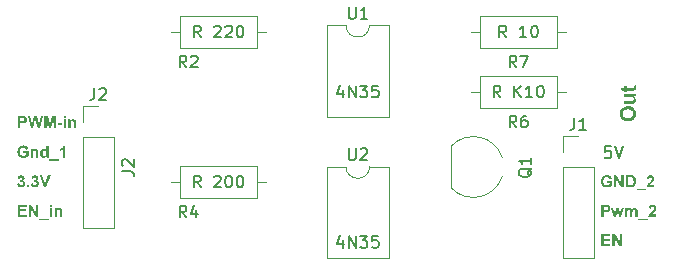
<source format=gbr>
%TF.GenerationSoftware,KiCad,Pcbnew,8.0.6*%
%TF.CreationDate,2025-02-01T10:00:46+01:00*%
%TF.ProjectId,Optoisolatore_K40_1.0,4f70746f-6973-46f6-9c61-746f72655f4b,rev?*%
%TF.SameCoordinates,Original*%
%TF.FileFunction,Legend,Top*%
%TF.FilePolarity,Positive*%
%FSLAX46Y46*%
G04 Gerber Fmt 4.6, Leading zero omitted, Abs format (unit mm)*
G04 Created by KiCad (PCBNEW 8.0.6) date 2025-02-01 10:00:46*
%MOMM*%
%LPD*%
G01*
G04 APERTURE LIST*
%ADD10C,0.200000*%
%ADD11C,0.150000*%
%ADD12C,0.120000*%
G04 APERTURE END LIST*
D10*
G36*
X164502337Y-94330000D02*
G01*
X164502337Y-93313949D01*
X165248988Y-93313949D01*
X165248988Y-93485896D01*
X164705792Y-93485896D01*
X164705792Y-93704738D01*
X165211374Y-93704738D01*
X165211374Y-93876685D01*
X164705792Y-93876685D01*
X164705792Y-94158053D01*
X165268283Y-94158053D01*
X165268283Y-94330000D01*
X164502337Y-94330000D01*
G37*
G36*
X165437543Y-94330000D02*
G01*
X165437543Y-93313949D01*
X165635380Y-93313949D01*
X166047418Y-94000516D01*
X166047418Y-93313949D01*
X166236217Y-93313949D01*
X166236217Y-94330000D01*
X166032274Y-94330000D01*
X165626343Y-93653691D01*
X165626343Y-94330000D01*
X165437543Y-94330000D01*
G37*
G36*
X115570795Y-86454842D02*
G01*
X115570795Y-86282896D01*
X116009211Y-86282896D01*
X116009211Y-86691270D01*
X115968695Y-86724594D01*
X115925090Y-86752270D01*
X115881075Y-86774984D01*
X115831591Y-86796295D01*
X115824075Y-86799225D01*
X115770922Y-86817307D01*
X115717466Y-86830948D01*
X115663705Y-86840148D01*
X115609641Y-86844906D01*
X115578611Y-86845631D01*
X115520777Y-86843287D01*
X115465794Y-86836254D01*
X115413661Y-86824534D01*
X115364379Y-86808125D01*
X115317948Y-86787027D01*
X115303105Y-86778953D01*
X115261102Y-86751939D01*
X115223203Y-86720907D01*
X115184176Y-86679624D01*
X115155170Y-86639885D01*
X115130268Y-86596127D01*
X115126517Y-86588443D01*
X115106430Y-86541151D01*
X115090499Y-86492330D01*
X115078724Y-86441981D01*
X115071105Y-86390103D01*
X115067641Y-86336697D01*
X115067411Y-86318555D01*
X115069729Y-86260449D01*
X115076684Y-86204833D01*
X115088276Y-86151708D01*
X115104505Y-86101072D01*
X115125370Y-86052927D01*
X115133356Y-86037431D01*
X115160232Y-85993287D01*
X115191402Y-85953179D01*
X115226865Y-85917107D01*
X115266621Y-85885070D01*
X115310671Y-85857069D01*
X115326308Y-85848632D01*
X115377736Y-85826619D01*
X115427570Y-85812518D01*
X115481914Y-85803231D01*
X115532086Y-85799104D01*
X115567376Y-85798318D01*
X115623984Y-85800345D01*
X115676574Y-85806427D01*
X115725145Y-85816564D01*
X115778125Y-85834081D01*
X115825317Y-85857437D01*
X115860223Y-85881360D01*
X115897145Y-85914734D01*
X115928779Y-85952572D01*
X115955123Y-85994876D01*
X115976177Y-86041645D01*
X115991942Y-86092878D01*
X115996022Y-86110949D01*
X115794033Y-86142212D01*
X115777079Y-86095715D01*
X115749945Y-86052117D01*
X115713921Y-86016427D01*
X115670158Y-85990145D01*
X115619468Y-85974773D01*
X115567376Y-85970265D01*
X115511650Y-85974367D01*
X115461161Y-85986674D01*
X115415907Y-86007185D01*
X115375889Y-86035901D01*
X115355373Y-86055994D01*
X115324728Y-86097379D01*
X115301611Y-86146735D01*
X115287786Y-86195384D01*
X115279492Y-86249889D01*
X115276803Y-86299784D01*
X115276727Y-86310251D01*
X115278671Y-86364819D01*
X115284502Y-86414951D01*
X115296632Y-86469253D01*
X115314361Y-86517166D01*
X115342120Y-86564991D01*
X115356350Y-86582826D01*
X115393653Y-86618229D01*
X115435677Y-86644936D01*
X115482423Y-86662948D01*
X115533891Y-86672264D01*
X115565422Y-86673684D01*
X115617297Y-86669452D01*
X115665325Y-86658031D01*
X115693405Y-86648039D01*
X115739040Y-86627259D01*
X115782742Y-86601259D01*
X115803803Y-86585757D01*
X115803803Y-86454842D01*
X115570795Y-86454842D01*
G37*
G36*
X116852826Y-86830000D02*
G01*
X116659874Y-86830000D01*
X116659874Y-86450690D01*
X116659095Y-86395797D01*
X116656358Y-86346741D01*
X116648184Y-86297160D01*
X116647418Y-86294863D01*
X116621787Y-86252156D01*
X116607362Y-86239909D01*
X116561532Y-86221915D01*
X116540439Y-86220369D01*
X116489945Y-86228297D01*
X116450314Y-86248457D01*
X116415045Y-86283280D01*
X116395603Y-86322707D01*
X116386115Y-86373153D01*
X116382380Y-86423237D01*
X116381006Y-86478169D01*
X116380949Y-86493433D01*
X116380949Y-86830000D01*
X116187997Y-86830000D01*
X116187997Y-86095317D01*
X116367271Y-86095317D01*
X116367271Y-86202540D01*
X116404818Y-86160788D01*
X116445833Y-86127675D01*
X116490318Y-86103201D01*
X116538271Y-86087364D01*
X116589694Y-86080165D01*
X116607606Y-86079685D01*
X116657745Y-86083515D01*
X116707593Y-86096204D01*
X116724354Y-86102889D01*
X116768353Y-86127432D01*
X116804466Y-86161995D01*
X116829710Y-86205478D01*
X116842079Y-86243572D01*
X116849793Y-86294856D01*
X116852563Y-86348403D01*
X116852826Y-86373998D01*
X116852826Y-86830000D01*
G37*
G36*
X117713293Y-86830000D02*
G01*
X117534019Y-86830000D01*
X117534019Y-86722777D01*
X117501385Y-86761954D01*
X117461440Y-86796003D01*
X117428506Y-86815589D01*
X117382756Y-86833896D01*
X117332884Y-86844193D01*
X117305896Y-86845631D01*
X117252595Y-86840769D01*
X117202753Y-86826183D01*
X117156371Y-86801873D01*
X117113448Y-86767840D01*
X117090474Y-86744026D01*
X117060011Y-86703008D01*
X117035851Y-86656339D01*
X117017994Y-86604020D01*
X117007927Y-86556106D01*
X117002237Y-86504267D01*
X117000837Y-86459972D01*
X117001264Y-86448736D01*
X117197941Y-86448736D01*
X117199484Y-86499034D01*
X117205025Y-86548589D01*
X117217619Y-86598639D01*
X117230181Y-86625812D01*
X117262987Y-86667544D01*
X117307503Y-86695596D01*
X117355636Y-86704870D01*
X117360851Y-86704947D01*
X117411563Y-86695152D01*
X117455746Y-86665766D01*
X117473935Y-86645596D01*
X117498665Y-86602753D01*
X117513090Y-86554365D01*
X117519685Y-86503536D01*
X117520830Y-86468032D01*
X117518656Y-86413966D01*
X117510848Y-86360820D01*
X117495276Y-86312052D01*
X117475401Y-86278499D01*
X117437906Y-86243076D01*
X117389147Y-86223151D01*
X117359385Y-86220369D01*
X117311037Y-86228441D01*
X117265713Y-86255402D01*
X117244347Y-86277766D01*
X117217926Y-86323755D01*
X117204467Y-86371342D01*
X117198666Y-86421168D01*
X117197941Y-86448736D01*
X117001264Y-86448736D01*
X117002966Y-86403917D01*
X117009352Y-86352228D01*
X117022636Y-86295963D01*
X117042050Y-86245982D01*
X117067595Y-86202288D01*
X117088032Y-86176650D01*
X117128472Y-86138868D01*
X117173283Y-86110366D01*
X117222465Y-86091143D01*
X117276018Y-86081201D01*
X117308583Y-86079685D01*
X117360540Y-86084547D01*
X117409342Y-86099133D01*
X117454988Y-86123443D01*
X117497478Y-86157477D01*
X117520341Y-86181290D01*
X117520341Y-85813949D01*
X117713293Y-85813949D01*
X117713293Y-86830000D01*
G37*
G36*
X117785101Y-87111367D02*
G01*
X117785101Y-86986315D01*
X118587438Y-86986315D01*
X118587438Y-87111367D01*
X117785101Y-87111367D01*
G37*
G36*
X119130390Y-86830000D02*
G01*
X118937438Y-86830000D01*
X118937438Y-86094829D01*
X118896449Y-86132638D01*
X118852797Y-86166567D01*
X118806483Y-86196615D01*
X118757508Y-86222781D01*
X118705870Y-86245067D01*
X118688066Y-86251632D01*
X118688066Y-86064054D01*
X118736524Y-86044696D01*
X118782338Y-86020013D01*
X118824813Y-85992299D01*
X118852198Y-85972219D01*
X118893047Y-85936864D01*
X118926936Y-85898702D01*
X118953864Y-85857730D01*
X118973831Y-85813949D01*
X119130390Y-85813949D01*
X119130390Y-86830000D01*
G37*
G36*
X166838000Y-82473252D02*
G01*
X166911193Y-82481333D01*
X166980049Y-82494803D01*
X167044569Y-82513661D01*
X167104753Y-82537906D01*
X167173886Y-82575789D01*
X167236243Y-82622091D01*
X167259289Y-82642969D01*
X167311154Y-82699677D01*
X167354228Y-82762043D01*
X167388511Y-82830069D01*
X167414004Y-82903753D01*
X167428069Y-82966775D01*
X167436508Y-83033419D01*
X167439321Y-83103684D01*
X167436522Y-83174842D01*
X167428128Y-83242260D01*
X167414138Y-83305937D01*
X167388780Y-83380272D01*
X167354678Y-83448763D01*
X167311832Y-83511409D01*
X167260242Y-83568210D01*
X167200886Y-83617879D01*
X167134941Y-83659129D01*
X167062407Y-83691962D01*
X166999635Y-83712166D01*
X166932647Y-83726983D01*
X166861442Y-83736411D01*
X166786019Y-83740452D01*
X166766505Y-83740621D01*
X166693400Y-83738522D01*
X166624828Y-83732226D01*
X166560788Y-83721733D01*
X166491802Y-83704187D01*
X166428986Y-83680928D01*
X166368124Y-83649784D01*
X166311356Y-83612314D01*
X166258681Y-83568520D01*
X166248637Y-83559002D01*
X166202659Y-83509185D01*
X166164743Y-83456578D01*
X166132347Y-83395487D01*
X166129886Y-83389766D01*
X166107104Y-83326163D01*
X166090831Y-83257917D01*
X166081932Y-83194393D01*
X166078017Y-83127313D01*
X166077813Y-83107494D01*
X166077927Y-83104637D01*
X166301344Y-83104637D01*
X166306784Y-83173138D01*
X166323101Y-83235562D01*
X166355071Y-83299462D01*
X166401250Y-83355424D01*
X166415015Y-83368175D01*
X166470261Y-83407146D01*
X166536538Y-83436546D01*
X166602126Y-83454127D01*
X166675818Y-83464676D01*
X166743419Y-83468094D01*
X166757614Y-83468192D01*
X166825404Y-83465688D01*
X166899733Y-83456073D01*
X166966404Y-83439248D01*
X167025417Y-83415211D01*
X167084587Y-83378054D01*
X167099579Y-83365635D01*
X167144860Y-83317983D01*
X167182992Y-83257050D01*
X167206597Y-83189211D01*
X167215336Y-83124186D01*
X167215789Y-83104637D01*
X167210274Y-83038178D01*
X167190464Y-82968885D01*
X167156247Y-82906696D01*
X167114488Y-82858109D01*
X167100531Y-82845226D01*
X167044452Y-82805760D01*
X166977341Y-82775987D01*
X166911039Y-82758182D01*
X166836632Y-82747500D01*
X166768436Y-82744038D01*
X166754122Y-82743939D01*
X166685617Y-82746350D01*
X166610902Y-82755607D01*
X166544357Y-82771808D01*
X166477049Y-82799484D01*
X166420863Y-82836611D01*
X166413745Y-82842686D01*
X166369948Y-82888972D01*
X166333067Y-82949424D01*
X166310235Y-83017933D01*
X166301783Y-83084488D01*
X166301344Y-83104637D01*
X166077927Y-83104637D01*
X166080636Y-83036912D01*
X166089105Y-82969950D01*
X166103219Y-82906611D01*
X166128802Y-82832530D01*
X166163206Y-82764107D01*
X166206432Y-82701344D01*
X166258480Y-82644239D01*
X166318288Y-82594204D01*
X166384996Y-82552649D01*
X166443330Y-82525512D01*
X166506079Y-82503801D01*
X166573243Y-82487519D01*
X166644823Y-82476664D01*
X166720818Y-82471236D01*
X166760472Y-82470558D01*
X166838000Y-82473252D01*
G37*
G36*
X167419000Y-81649780D02*
G01*
X167277070Y-81649780D01*
X167329386Y-81693195D01*
X167372503Y-81745808D01*
X167396138Y-81785994D01*
X167420724Y-81845004D01*
X167435905Y-81912032D01*
X167439321Y-81964120D01*
X167433382Y-82032838D01*
X167415566Y-82096108D01*
X167397091Y-82135261D01*
X167357172Y-82190002D01*
X167306040Y-82230908D01*
X167278658Y-82245122D01*
X167213096Y-82265825D01*
X167145977Y-82275778D01*
X167075867Y-82279063D01*
X167067510Y-82279096D01*
X166463912Y-82279096D01*
X166463912Y-82028258D01*
X166907482Y-82028258D01*
X166978268Y-82027778D01*
X167046856Y-82026005D01*
X167112895Y-82021805D01*
X167157049Y-82014605D01*
X167213097Y-81982876D01*
X167229760Y-81964120D01*
X167253827Y-81904322D01*
X167256431Y-81871088D01*
X167246305Y-81806705D01*
X167220552Y-81756147D01*
X167174763Y-81708885D01*
X167131648Y-81686294D01*
X167062892Y-81674165D01*
X166995315Y-81669774D01*
X166920396Y-81667853D01*
X166870967Y-81667561D01*
X166463912Y-81667561D01*
X166463912Y-81416723D01*
X167419000Y-81416723D01*
X167419000Y-81649780D01*
G37*
G36*
X166463912Y-80727714D02*
G01*
X166646801Y-80727714D01*
X166646801Y-80899173D01*
X167061477Y-80899173D01*
X167129997Y-80898707D01*
X167194289Y-80896266D01*
X167208487Y-80894410D01*
X167243096Y-80871866D01*
X167256431Y-80829637D01*
X167245026Y-80766905D01*
X167232300Y-80728667D01*
X167406299Y-80707076D01*
X167425099Y-80770026D01*
X167436096Y-80838378D01*
X167439321Y-80905205D01*
X167433446Y-80969820D01*
X167415824Y-81027766D01*
X167381121Y-81084473D01*
X167355179Y-81107780D01*
X167295071Y-81134419D01*
X167254526Y-81143025D01*
X167186499Y-81148978D01*
X167120682Y-81150683D01*
X167072590Y-81150963D01*
X166646801Y-81150963D01*
X166646801Y-81266221D01*
X166463912Y-81266221D01*
X166463912Y-81150963D01*
X166281023Y-81150963D01*
X166138776Y-80899173D01*
X166463912Y-80899173D01*
X166463912Y-80727714D01*
G37*
G36*
X115483493Y-83314319D02*
G01*
X115540966Y-83315739D01*
X115596515Y-83318741D01*
X115649731Y-83324730D01*
X115670446Y-83329092D01*
X115716977Y-83345944D01*
X115759026Y-83371218D01*
X115796593Y-83404917D01*
X115815526Y-83427278D01*
X115843744Y-83473365D01*
X115861074Y-83520202D01*
X115871107Y-83572565D01*
X115873900Y-83622916D01*
X115871234Y-83672530D01*
X115862018Y-83722218D01*
X115844276Y-83770264D01*
X115840195Y-83778255D01*
X115812374Y-83821703D01*
X115776499Y-83860168D01*
X115754710Y-83877173D01*
X115712317Y-83902354D01*
X115665941Y-83920547D01*
X115649197Y-83924801D01*
X115597338Y-83932400D01*
X115546681Y-83936453D01*
X115495669Y-83938521D01*
X115438415Y-83939211D01*
X115305792Y-83939211D01*
X115305792Y-84330000D01*
X115102337Y-84330000D01*
X115102337Y-83767264D01*
X115305792Y-83767264D01*
X115417166Y-83767264D01*
X115472274Y-83766302D01*
X115522372Y-83762921D01*
X115572499Y-83753740D01*
X115577878Y-83751877D01*
X115621689Y-83725468D01*
X115641381Y-83703028D01*
X115661111Y-83657309D01*
X115664340Y-83625847D01*
X115656280Y-83576571D01*
X115632100Y-83536699D01*
X115592951Y-83506774D01*
X115550279Y-83492735D01*
X115500007Y-83487826D01*
X115448545Y-83486223D01*
X115403977Y-83485896D01*
X115305792Y-83485896D01*
X115305792Y-83767264D01*
X115102337Y-83767264D01*
X115102337Y-83313949D01*
X115428646Y-83313949D01*
X115483493Y-83314319D01*
G37*
G36*
X116178227Y-84330000D02*
G01*
X115937892Y-83313949D01*
X116145987Y-83313949D01*
X116297662Y-84011995D01*
X116481821Y-83313949D01*
X116723621Y-83313949D01*
X116900209Y-84023719D01*
X117054815Y-83313949D01*
X117259490Y-83313949D01*
X117015003Y-84330000D01*
X116799337Y-84330000D01*
X116598569Y-83570404D01*
X116398778Y-84330000D01*
X116178227Y-84330000D01*
G37*
G36*
X117353524Y-84330000D02*
G01*
X117353524Y-83313949D01*
X117657850Y-83313949D01*
X117840544Y-84007110D01*
X118021284Y-83313949D01*
X118326099Y-83313949D01*
X118326099Y-84330000D01*
X118137299Y-84330000D01*
X118137299Y-83530104D01*
X117937264Y-84330000D01*
X117741625Y-84330000D01*
X117542323Y-83530104D01*
X117542323Y-84330000D01*
X117353524Y-84330000D01*
G37*
G36*
X118498290Y-84064263D02*
G01*
X118498290Y-83892316D01*
X118877599Y-83892316D01*
X118877599Y-84064263D01*
X118498290Y-84064263D01*
G37*
G36*
X118986287Y-83485896D02*
G01*
X118986287Y-83313949D01*
X119179483Y-83313949D01*
X119179483Y-83485896D01*
X118986287Y-83485896D01*
G37*
G36*
X118986287Y-84330000D02*
G01*
X118986287Y-83595317D01*
X119179483Y-83595317D01*
X119179483Y-84330000D01*
X118986287Y-84330000D01*
G37*
G36*
X120038729Y-84330000D02*
G01*
X119845778Y-84330000D01*
X119845778Y-83950690D01*
X119844999Y-83895797D01*
X119842262Y-83846741D01*
X119834088Y-83797160D01*
X119833321Y-83794863D01*
X119807691Y-83752156D01*
X119793265Y-83739909D01*
X119747436Y-83721915D01*
X119726343Y-83720369D01*
X119675848Y-83728297D01*
X119636217Y-83748457D01*
X119600948Y-83783280D01*
X119581507Y-83822707D01*
X119572019Y-83873153D01*
X119568283Y-83923237D01*
X119566910Y-83978169D01*
X119566852Y-83993433D01*
X119566852Y-84330000D01*
X119373900Y-84330000D01*
X119373900Y-83595317D01*
X119553175Y-83595317D01*
X119553175Y-83702540D01*
X119590721Y-83660788D01*
X119631737Y-83627675D01*
X119676222Y-83603201D01*
X119724175Y-83587364D01*
X119775598Y-83580165D01*
X119793510Y-83579685D01*
X119843649Y-83583515D01*
X119893497Y-83596204D01*
X119910258Y-83602889D01*
X119954257Y-83627432D01*
X119990369Y-83661995D01*
X120015614Y-83705478D01*
X120027983Y-83743572D01*
X120035696Y-83794856D01*
X120038467Y-83848403D01*
X120038729Y-83873998D01*
X120038729Y-84330000D01*
G37*
D11*
X165312969Y-85869819D02*
X164836779Y-85869819D01*
X164836779Y-85869819D02*
X164789160Y-86346009D01*
X164789160Y-86346009D02*
X164836779Y-86298390D01*
X164836779Y-86298390D02*
X164932017Y-86250771D01*
X164932017Y-86250771D02*
X165170112Y-86250771D01*
X165170112Y-86250771D02*
X165265350Y-86298390D01*
X165265350Y-86298390D02*
X165312969Y-86346009D01*
X165312969Y-86346009D02*
X165360588Y-86441247D01*
X165360588Y-86441247D02*
X165360588Y-86679342D01*
X165360588Y-86679342D02*
X165312969Y-86774580D01*
X165312969Y-86774580D02*
X165265350Y-86822200D01*
X165265350Y-86822200D02*
X165170112Y-86869819D01*
X165170112Y-86869819D02*
X164932017Y-86869819D01*
X164932017Y-86869819D02*
X164836779Y-86822200D01*
X164836779Y-86822200D02*
X164789160Y-86774580D01*
X165646303Y-85869819D02*
X165979636Y-86869819D01*
X165979636Y-86869819D02*
X166312969Y-85869819D01*
D10*
G36*
X115102337Y-91830000D02*
G01*
X115102337Y-90813949D01*
X115848988Y-90813949D01*
X115848988Y-90985896D01*
X115305792Y-90985896D01*
X115305792Y-91204738D01*
X115811374Y-91204738D01*
X115811374Y-91376685D01*
X115305792Y-91376685D01*
X115305792Y-91658053D01*
X115868283Y-91658053D01*
X115868283Y-91830000D01*
X115102337Y-91830000D01*
G37*
G36*
X116037543Y-91830000D02*
G01*
X116037543Y-90813949D01*
X116235380Y-90813949D01*
X116647418Y-91500516D01*
X116647418Y-90813949D01*
X116836217Y-90813949D01*
X116836217Y-91830000D01*
X116632274Y-91830000D01*
X116226343Y-91153691D01*
X116226343Y-91830000D01*
X116037543Y-91830000D01*
G37*
G36*
X116930251Y-92111367D02*
G01*
X116930251Y-91986315D01*
X117732588Y-91986315D01*
X117732588Y-92111367D01*
X116930251Y-92111367D01*
G37*
G36*
X117822714Y-90985896D02*
G01*
X117822714Y-90813949D01*
X118015910Y-90813949D01*
X118015910Y-90985896D01*
X117822714Y-90985896D01*
G37*
G36*
X117822714Y-91830000D02*
G01*
X117822714Y-91095317D01*
X118015910Y-91095317D01*
X118015910Y-91830000D01*
X117822714Y-91830000D01*
G37*
G36*
X118875157Y-91830000D02*
G01*
X118682205Y-91830000D01*
X118682205Y-91450690D01*
X118681426Y-91395797D01*
X118678689Y-91346741D01*
X118670515Y-91297160D01*
X118669748Y-91294863D01*
X118644118Y-91252156D01*
X118629692Y-91239909D01*
X118583863Y-91221915D01*
X118562770Y-91220369D01*
X118512275Y-91228297D01*
X118472644Y-91248457D01*
X118437376Y-91283280D01*
X118417934Y-91322707D01*
X118408446Y-91373153D01*
X118404710Y-91423237D01*
X118403337Y-91478169D01*
X118403279Y-91493433D01*
X118403279Y-91830000D01*
X118210327Y-91830000D01*
X118210327Y-91095317D01*
X118389602Y-91095317D01*
X118389602Y-91202540D01*
X118427148Y-91160788D01*
X118468164Y-91127675D01*
X118512649Y-91103201D01*
X118560602Y-91087364D01*
X118612025Y-91080165D01*
X118629937Y-91079685D01*
X118680076Y-91083515D01*
X118729924Y-91096204D01*
X118746685Y-91102889D01*
X118790684Y-91127432D01*
X118826796Y-91161995D01*
X118852041Y-91205478D01*
X118864410Y-91243572D01*
X118872124Y-91294856D01*
X118874894Y-91348403D01*
X118875157Y-91373998D01*
X118875157Y-91830000D01*
G37*
G36*
X164883493Y-90814319D02*
G01*
X164940966Y-90815739D01*
X164996515Y-90818741D01*
X165049731Y-90824730D01*
X165070446Y-90829092D01*
X165116977Y-90845944D01*
X165159026Y-90871218D01*
X165196593Y-90904917D01*
X165215526Y-90927278D01*
X165243744Y-90973365D01*
X165261074Y-91020202D01*
X165271107Y-91072565D01*
X165273900Y-91122916D01*
X165271234Y-91172530D01*
X165262018Y-91222218D01*
X165244276Y-91270264D01*
X165240195Y-91278255D01*
X165212374Y-91321703D01*
X165176499Y-91360168D01*
X165154710Y-91377173D01*
X165112317Y-91402354D01*
X165065941Y-91420547D01*
X165049197Y-91424801D01*
X164997338Y-91432400D01*
X164946681Y-91436453D01*
X164895669Y-91438521D01*
X164838415Y-91439211D01*
X164705792Y-91439211D01*
X164705792Y-91830000D01*
X164502337Y-91830000D01*
X164502337Y-91267264D01*
X164705792Y-91267264D01*
X164817166Y-91267264D01*
X164872274Y-91266302D01*
X164922372Y-91262921D01*
X164972499Y-91253740D01*
X164977878Y-91251877D01*
X165021689Y-91225468D01*
X165041381Y-91203028D01*
X165061111Y-91157309D01*
X165064340Y-91125847D01*
X165056280Y-91076571D01*
X165032100Y-91036699D01*
X164992951Y-91006774D01*
X164950279Y-90992735D01*
X164900007Y-90987826D01*
X164848545Y-90986223D01*
X164803977Y-90985896D01*
X164705792Y-90985896D01*
X164705792Y-91267264D01*
X164502337Y-91267264D01*
X164502337Y-90813949D01*
X164828646Y-90813949D01*
X164883493Y-90814319D01*
G37*
G36*
X165569923Y-91830000D02*
G01*
X165339113Y-91095317D01*
X165526692Y-91095317D01*
X165663468Y-91576720D01*
X165789253Y-91095317D01*
X165975366Y-91095317D01*
X166096999Y-91576720D01*
X166236217Y-91095317D01*
X166426727Y-91095317D01*
X166192254Y-91830000D01*
X166006873Y-91830000D01*
X165881088Y-91357390D01*
X165757501Y-91830000D01*
X165569923Y-91830000D01*
G37*
G36*
X166507815Y-91095317D02*
G01*
X166685868Y-91095317D01*
X166685868Y-91194968D01*
X166722960Y-91155790D01*
X166762610Y-91124718D01*
X166812103Y-91098712D01*
X166865079Y-91083738D01*
X166913258Y-91079685D01*
X166963221Y-91083567D01*
X167011456Y-91096531D01*
X167034891Y-91107285D01*
X167076432Y-91136644D01*
X167108642Y-91173617D01*
X167119399Y-91190327D01*
X167156551Y-91152546D01*
X167195832Y-91122733D01*
X167223203Y-91107285D01*
X167269658Y-91089415D01*
X167318532Y-91080656D01*
X167341905Y-91079685D01*
X167394234Y-91083582D01*
X167444672Y-91096719D01*
X167477948Y-91112658D01*
X167518518Y-91144329D01*
X167549736Y-91186158D01*
X167560990Y-91208890D01*
X167573958Y-91256586D01*
X167579434Y-91306331D01*
X167581018Y-91360809D01*
X167581018Y-91830000D01*
X167387822Y-91830000D01*
X167387822Y-91405261D01*
X167386571Y-91354840D01*
X167381485Y-91305596D01*
X167367794Y-91262379D01*
X167331305Y-91229600D01*
X167285484Y-91220369D01*
X167236617Y-91230196D01*
X167209036Y-91245526D01*
X167175179Y-91281324D01*
X167157501Y-91319532D01*
X167147380Y-91368334D01*
X167143106Y-91418547D01*
X167141870Y-91473161D01*
X167141870Y-91830000D01*
X166948918Y-91830000D01*
X166948918Y-91422602D01*
X166948277Y-91373189D01*
X166945301Y-91320949D01*
X166938660Y-91282651D01*
X166913177Y-91240959D01*
X166906664Y-91235757D01*
X166859265Y-91220745D01*
X166848046Y-91220369D01*
X166798154Y-91229066D01*
X166767690Y-91245038D01*
X166732405Y-91281705D01*
X166716399Y-91315624D01*
X166705880Y-91367656D01*
X166701973Y-91419076D01*
X166701011Y-91468764D01*
X166701011Y-91830000D01*
X166507815Y-91830000D01*
X166507815Y-91095317D01*
G37*
G36*
X167653070Y-92111367D02*
G01*
X167653070Y-91986315D01*
X168455408Y-91986315D01*
X168455408Y-92111367D01*
X167653070Y-92111367D01*
G37*
G36*
X169156385Y-91642421D02*
G01*
X169156385Y-91830000D01*
X168479588Y-91830000D01*
X168487831Y-91780235D01*
X168501570Y-91731814D01*
X168520804Y-91684736D01*
X168545533Y-91639002D01*
X168574707Y-91596648D01*
X168607880Y-91555861D01*
X168641283Y-91518711D01*
X168679922Y-91478686D01*
X168723796Y-91435788D01*
X168762665Y-91399399D01*
X168801031Y-91363597D01*
X168840552Y-91325655D01*
X168877675Y-91288314D01*
X168911184Y-91251260D01*
X168922889Y-91236001D01*
X168947149Y-91191694D01*
X168960795Y-91144159D01*
X168962700Y-91118764D01*
X168956062Y-91068428D01*
X168932217Y-91024755D01*
X168928018Y-91020334D01*
X168883723Y-90993463D01*
X168832274Y-90985896D01*
X168780962Y-90993839D01*
X168738296Y-91019820D01*
X168736043Y-91022044D01*
X168709213Y-91066452D01*
X168697255Y-91117124D01*
X168694766Y-91142212D01*
X168502302Y-91123161D01*
X168509440Y-91073772D01*
X168522744Y-91020535D01*
X168541216Y-90973875D01*
X168569301Y-90927751D01*
X168604422Y-90890580D01*
X168610013Y-90886001D01*
X168651926Y-90857926D01*
X168698163Y-90836747D01*
X168748725Y-90822463D01*
X168803610Y-90815075D01*
X168836915Y-90813949D01*
X168890544Y-90816766D01*
X168939692Y-90825215D01*
X168991365Y-90842192D01*
X169036938Y-90866835D01*
X169071144Y-90894061D01*
X169104358Y-90930885D01*
X169132328Y-90977577D01*
X169149642Y-91029185D01*
X169156052Y-91078374D01*
X169156385Y-91093119D01*
X169152950Y-91142967D01*
X169142646Y-91191030D01*
X169131960Y-91222079D01*
X169109658Y-91268733D01*
X169082214Y-91313008D01*
X169054780Y-91350307D01*
X169020502Y-91389141D01*
X168984425Y-91425480D01*
X168944896Y-91462971D01*
X168928262Y-91478290D01*
X168891500Y-91512063D01*
X168853646Y-91547655D01*
X168817659Y-91583512D01*
X168812491Y-91589176D01*
X168782176Y-91627742D01*
X168772923Y-91642421D01*
X169156385Y-91642421D01*
G37*
G36*
X164970795Y-88954842D02*
G01*
X164970795Y-88782896D01*
X165409211Y-88782896D01*
X165409211Y-89191270D01*
X165368695Y-89224594D01*
X165325090Y-89252270D01*
X165281075Y-89274984D01*
X165231591Y-89296295D01*
X165224075Y-89299225D01*
X165170922Y-89317307D01*
X165117466Y-89330948D01*
X165063705Y-89340148D01*
X165009641Y-89344906D01*
X164978611Y-89345631D01*
X164920777Y-89343287D01*
X164865794Y-89336254D01*
X164813661Y-89324534D01*
X164764379Y-89308125D01*
X164717948Y-89287027D01*
X164703105Y-89278953D01*
X164661102Y-89251939D01*
X164623203Y-89220907D01*
X164584176Y-89179624D01*
X164555170Y-89139885D01*
X164530268Y-89096127D01*
X164526517Y-89088443D01*
X164506430Y-89041151D01*
X164490499Y-88992330D01*
X164478724Y-88941981D01*
X164471105Y-88890103D01*
X164467641Y-88836697D01*
X164467411Y-88818555D01*
X164469729Y-88760449D01*
X164476684Y-88704833D01*
X164488276Y-88651708D01*
X164504505Y-88601072D01*
X164525370Y-88552927D01*
X164533356Y-88537431D01*
X164560232Y-88493287D01*
X164591402Y-88453179D01*
X164626865Y-88417107D01*
X164666621Y-88385070D01*
X164710671Y-88357069D01*
X164726308Y-88348632D01*
X164777736Y-88326619D01*
X164827570Y-88312518D01*
X164881914Y-88303231D01*
X164932086Y-88299104D01*
X164967376Y-88298318D01*
X165023984Y-88300345D01*
X165076574Y-88306427D01*
X165125145Y-88316564D01*
X165178125Y-88334081D01*
X165225317Y-88357437D01*
X165260223Y-88381360D01*
X165297145Y-88414734D01*
X165328779Y-88452572D01*
X165355123Y-88494876D01*
X165376177Y-88541645D01*
X165391942Y-88592878D01*
X165396022Y-88610949D01*
X165194033Y-88642212D01*
X165177079Y-88595715D01*
X165149945Y-88552117D01*
X165113921Y-88516427D01*
X165070158Y-88490145D01*
X165019468Y-88474773D01*
X164967376Y-88470265D01*
X164911650Y-88474367D01*
X164861161Y-88486674D01*
X164815907Y-88507185D01*
X164775889Y-88535901D01*
X164755373Y-88555994D01*
X164724728Y-88597379D01*
X164701611Y-88646735D01*
X164687786Y-88695384D01*
X164679492Y-88749889D01*
X164676803Y-88799784D01*
X164676727Y-88810251D01*
X164678671Y-88864819D01*
X164684502Y-88914951D01*
X164696632Y-88969253D01*
X164714361Y-89017166D01*
X164742120Y-89064991D01*
X164756350Y-89082826D01*
X164793653Y-89118229D01*
X164835677Y-89144936D01*
X164882423Y-89162948D01*
X164933891Y-89172264D01*
X164965422Y-89173684D01*
X165017297Y-89169452D01*
X165065325Y-89158031D01*
X165093405Y-89148039D01*
X165139040Y-89127259D01*
X165182742Y-89101259D01*
X165203803Y-89085757D01*
X165203803Y-88954842D01*
X164970795Y-88954842D01*
G37*
G36*
X165592882Y-89330000D02*
G01*
X165592882Y-88313949D01*
X165790718Y-88313949D01*
X166202756Y-89000516D01*
X166202756Y-88313949D01*
X166391556Y-88313949D01*
X166391556Y-89330000D01*
X166187613Y-89330000D01*
X165781681Y-88653691D01*
X165781681Y-89330000D01*
X165592882Y-89330000D01*
G37*
G36*
X167024044Y-88314873D02*
G01*
X167076652Y-88318189D01*
X167126895Y-88324803D01*
X167163607Y-88333244D01*
X167211351Y-88351328D01*
X167255115Y-88375903D01*
X167294900Y-88406970D01*
X167315282Y-88427034D01*
X167348470Y-88467211D01*
X167376866Y-88512179D01*
X167400470Y-88561939D01*
X167411514Y-88591653D01*
X167425939Y-88643112D01*
X167435181Y-88692822D01*
X167441267Y-88746903D01*
X167443971Y-88796737D01*
X167444487Y-88831744D01*
X167443002Y-88884913D01*
X167438549Y-88934787D01*
X167429825Y-88987749D01*
X167417224Y-89036407D01*
X167413468Y-89047899D01*
X167395457Y-89094390D01*
X167371068Y-89142571D01*
X167342617Y-89185470D01*
X167310106Y-89223087D01*
X167305757Y-89227418D01*
X167264961Y-89260471D01*
X167220310Y-89285811D01*
X167173966Y-89304783D01*
X167162875Y-89308506D01*
X167111190Y-89320743D01*
X167060960Y-89326977D01*
X167010311Y-89329664D01*
X166982868Y-89330000D01*
X166600139Y-89330000D01*
X166600139Y-89158053D01*
X166803593Y-89158053D01*
X166955268Y-89158053D01*
X167008272Y-89156898D01*
X167059536Y-89152090D01*
X167078367Y-89148283D01*
X167126031Y-89130223D01*
X167160188Y-89106273D01*
X167189863Y-89066889D01*
X167209479Y-89020772D01*
X167213433Y-89008332D01*
X167225253Y-88955485D01*
X167231274Y-88903574D01*
X167233869Y-88850879D01*
X167234193Y-88822219D01*
X167232896Y-88766882D01*
X167228334Y-88712767D01*
X167219414Y-88662745D01*
X167213433Y-88641723D01*
X167194022Y-88595119D01*
X167164813Y-88552765D01*
X167155792Y-88543538D01*
X167113843Y-88513862D01*
X167065310Y-88496467D01*
X167061758Y-88495666D01*
X167008911Y-88488987D01*
X166958398Y-88486669D01*
X166902630Y-88485906D01*
X166894940Y-88485896D01*
X166803593Y-88485896D01*
X166803593Y-89158053D01*
X166600139Y-89158053D01*
X166600139Y-88313949D01*
X166971877Y-88313949D01*
X167024044Y-88314873D01*
G37*
G36*
X167495778Y-89611367D02*
G01*
X167495778Y-89486315D01*
X168298115Y-89486315D01*
X168298115Y-89611367D01*
X167495778Y-89611367D01*
G37*
G36*
X168999092Y-89142421D02*
G01*
X168999092Y-89330000D01*
X168322295Y-89330000D01*
X168330539Y-89280235D01*
X168344277Y-89231814D01*
X168363511Y-89184736D01*
X168388241Y-89139002D01*
X168417414Y-89096648D01*
X168450588Y-89055861D01*
X168483991Y-89018711D01*
X168522630Y-88978686D01*
X168566504Y-88935788D01*
X168605373Y-88899399D01*
X168643739Y-88863597D01*
X168683260Y-88825655D01*
X168720383Y-88788314D01*
X168753892Y-88751260D01*
X168765596Y-88736001D01*
X168789856Y-88691694D01*
X168803503Y-88644159D01*
X168805408Y-88618764D01*
X168798769Y-88568428D01*
X168774925Y-88524755D01*
X168770725Y-88520334D01*
X168726430Y-88493463D01*
X168674982Y-88485896D01*
X168623670Y-88493839D01*
X168581003Y-88519820D01*
X168578750Y-88522044D01*
X168551921Y-88566452D01*
X168539962Y-88617124D01*
X168537473Y-88642212D01*
X168345010Y-88623161D01*
X168352148Y-88573772D01*
X168365451Y-88520535D01*
X168383924Y-88473875D01*
X168412009Y-88427751D01*
X168447129Y-88390580D01*
X168452721Y-88386001D01*
X168494634Y-88357926D01*
X168540871Y-88336747D01*
X168591432Y-88322463D01*
X168646318Y-88315075D01*
X168679623Y-88313949D01*
X168733252Y-88316766D01*
X168782399Y-88325215D01*
X168834073Y-88342192D01*
X168879645Y-88366835D01*
X168913852Y-88394061D01*
X168947065Y-88430885D01*
X168975035Y-88477577D01*
X168992350Y-88529185D01*
X168998759Y-88578374D01*
X168999092Y-88593119D01*
X168995658Y-88642967D01*
X168985354Y-88691030D01*
X168974668Y-88722079D01*
X168952366Y-88768733D01*
X168924922Y-88813008D01*
X168897487Y-88850307D01*
X168863209Y-88889141D01*
X168827132Y-88925480D01*
X168787603Y-88962971D01*
X168770969Y-88978290D01*
X168734208Y-89012063D01*
X168696353Y-89047655D01*
X168660366Y-89083512D01*
X168655198Y-89089176D01*
X168624883Y-89127742D01*
X168615631Y-89142421D01*
X168999092Y-89142421D01*
G37*
G36*
X115053000Y-89041549D02*
G01*
X115239846Y-89017369D01*
X115249609Y-89065377D01*
X115270300Y-89111250D01*
X115287962Y-89133628D01*
X115328248Y-89162379D01*
X115375832Y-89173528D01*
X115382728Y-89173684D01*
X115431274Y-89164942D01*
X115472621Y-89138715D01*
X115483112Y-89128011D01*
X115509679Y-89085620D01*
X115522181Y-89037117D01*
X115524145Y-89004668D01*
X115518615Y-88953972D01*
X115500144Y-88908664D01*
X115484822Y-88888408D01*
X115444428Y-88857554D01*
X115396522Y-88845590D01*
X115389567Y-88845422D01*
X115340401Y-88850502D01*
X115300907Y-88859832D01*
X115322156Y-88704738D01*
X115371641Y-88701983D01*
X115418739Y-88688160D01*
X115441591Y-88673963D01*
X115472548Y-88635861D01*
X115482868Y-88587013D01*
X115472191Y-88538826D01*
X115452581Y-88513496D01*
X115407110Y-88489777D01*
X115372226Y-88485896D01*
X115323803Y-88494926D01*
X115287718Y-88517892D01*
X115258328Y-88559969D01*
X115245219Y-88610949D01*
X115067411Y-88582861D01*
X115079340Y-88533354D01*
X115096084Y-88485326D01*
X115118744Y-88440980D01*
X115123342Y-88433872D01*
X115155525Y-88395290D01*
X115196020Y-88363439D01*
X115227634Y-88345945D01*
X115275687Y-88327729D01*
X115327492Y-88317074D01*
X115377843Y-88313949D01*
X115429166Y-88317066D01*
X115484028Y-88328582D01*
X115533491Y-88348582D01*
X115577554Y-88377068D01*
X115605722Y-88402609D01*
X115639961Y-88444920D01*
X115662995Y-88490245D01*
X115674823Y-88538584D01*
X115676552Y-88566741D01*
X115669622Y-88620968D01*
X115648830Y-88670171D01*
X115614177Y-88714347D01*
X115573441Y-88748213D01*
X115531716Y-88773614D01*
X115582368Y-88790125D01*
X115626246Y-88815842D01*
X115663350Y-88850765D01*
X115669958Y-88858855D01*
X115697392Y-88902766D01*
X115714666Y-88952068D01*
X115721524Y-89001049D01*
X115721981Y-89018346D01*
X115718572Y-89067862D01*
X115705978Y-89122072D01*
X115684105Y-89172448D01*
X115652951Y-89218990D01*
X115625017Y-89249888D01*
X115587072Y-89282426D01*
X115538571Y-89311878D01*
X115485512Y-89332167D01*
X115436405Y-89342265D01*
X115383949Y-89345631D01*
X115334381Y-89342677D01*
X115280676Y-89331765D01*
X115231412Y-89312811D01*
X115186589Y-89285816D01*
X115157292Y-89261612D01*
X115121580Y-89222280D01*
X115093091Y-89178017D01*
X115071825Y-89128821D01*
X115057782Y-89074693D01*
X115053000Y-89041549D01*
G37*
G36*
X115879518Y-89330000D02*
G01*
X115879518Y-89142421D01*
X116072714Y-89142421D01*
X116072714Y-89330000D01*
X115879518Y-89330000D01*
G37*
G36*
X116220481Y-89041549D02*
G01*
X116407327Y-89017369D01*
X116417090Y-89065377D01*
X116437781Y-89111250D01*
X116455443Y-89133628D01*
X116495728Y-89162379D01*
X116543313Y-89173528D01*
X116550209Y-89173684D01*
X116598755Y-89164942D01*
X116640102Y-89138715D01*
X116650593Y-89128011D01*
X116677160Y-89085620D01*
X116689662Y-89037117D01*
X116691625Y-89004668D01*
X116686096Y-88953972D01*
X116667625Y-88908664D01*
X116652302Y-88888408D01*
X116611909Y-88857554D01*
X116564003Y-88845590D01*
X116557048Y-88845422D01*
X116507882Y-88850502D01*
X116468387Y-88859832D01*
X116489637Y-88704738D01*
X116539122Y-88701983D01*
X116586219Y-88688160D01*
X116609071Y-88673963D01*
X116640029Y-88635861D01*
X116650348Y-88587013D01*
X116639671Y-88538826D01*
X116620062Y-88513496D01*
X116574591Y-88489777D01*
X116539706Y-88485896D01*
X116491284Y-88494926D01*
X116455198Y-88517892D01*
X116425809Y-88559969D01*
X116412700Y-88610949D01*
X116234891Y-88582861D01*
X116246820Y-88533354D01*
X116263564Y-88485326D01*
X116286225Y-88440980D01*
X116290823Y-88433872D01*
X116323006Y-88395290D01*
X116363500Y-88363439D01*
X116395115Y-88345945D01*
X116443168Y-88327729D01*
X116494973Y-88317074D01*
X116545324Y-88313949D01*
X116596646Y-88317066D01*
X116651509Y-88328582D01*
X116700972Y-88348582D01*
X116745035Y-88377068D01*
X116773203Y-88402609D01*
X116807442Y-88444920D01*
X116830476Y-88490245D01*
X116842304Y-88538584D01*
X116844033Y-88566741D01*
X116837102Y-88620968D01*
X116816310Y-88670171D01*
X116781657Y-88714347D01*
X116740922Y-88748213D01*
X116699197Y-88773614D01*
X116749849Y-88790125D01*
X116793727Y-88815842D01*
X116830831Y-88850765D01*
X116837438Y-88858855D01*
X116864873Y-88902766D01*
X116882146Y-88952068D01*
X116889005Y-89001049D01*
X116889462Y-89018346D01*
X116886053Y-89067862D01*
X116873459Y-89122072D01*
X116851585Y-89172448D01*
X116820432Y-89218990D01*
X116792498Y-89249888D01*
X116754553Y-89282426D01*
X116706052Y-89311878D01*
X116652993Y-89332167D01*
X116603886Y-89342265D01*
X116551430Y-89345631D01*
X116501862Y-89342677D01*
X116448157Y-89331765D01*
X116398893Y-89312811D01*
X116354070Y-89285816D01*
X116324773Y-89261612D01*
X116289061Y-89222280D01*
X116260572Y-89178017D01*
X116239306Y-89128821D01*
X116225263Y-89074693D01*
X116220481Y-89041549D01*
G37*
G36*
X117305408Y-89330000D02*
G01*
X116945394Y-88313949D01*
X117165945Y-88313949D01*
X117420690Y-89064263D01*
X117667376Y-88313949D01*
X117883042Y-88313949D01*
X117522540Y-89330000D01*
X117305408Y-89330000D01*
G37*
D11*
X121586666Y-80944819D02*
X121586666Y-81659104D01*
X121586666Y-81659104D02*
X121539047Y-81801961D01*
X121539047Y-81801961D02*
X121443809Y-81897200D01*
X121443809Y-81897200D02*
X121300952Y-81944819D01*
X121300952Y-81944819D02*
X121205714Y-81944819D01*
X122015238Y-81040057D02*
X122062857Y-80992438D01*
X122062857Y-80992438D02*
X122158095Y-80944819D01*
X122158095Y-80944819D02*
X122396190Y-80944819D01*
X122396190Y-80944819D02*
X122491428Y-80992438D01*
X122491428Y-80992438D02*
X122539047Y-81040057D01*
X122539047Y-81040057D02*
X122586666Y-81135295D01*
X122586666Y-81135295D02*
X122586666Y-81230533D01*
X122586666Y-81230533D02*
X122539047Y-81373390D01*
X122539047Y-81373390D02*
X121967619Y-81944819D01*
X121967619Y-81944819D02*
X122586666Y-81944819D01*
X123914819Y-87963333D02*
X124629104Y-87963333D01*
X124629104Y-87963333D02*
X124771961Y-88010952D01*
X124771961Y-88010952D02*
X124867200Y-88106190D01*
X124867200Y-88106190D02*
X124914819Y-88249047D01*
X124914819Y-88249047D02*
X124914819Y-88344285D01*
X124010057Y-87534761D02*
X123962438Y-87487142D01*
X123962438Y-87487142D02*
X123914819Y-87391904D01*
X123914819Y-87391904D02*
X123914819Y-87153809D01*
X123914819Y-87153809D02*
X123962438Y-87058571D01*
X123962438Y-87058571D02*
X124010057Y-87010952D01*
X124010057Y-87010952D02*
X124105295Y-86963333D01*
X124105295Y-86963333D02*
X124200533Y-86963333D01*
X124200533Y-86963333D02*
X124343390Y-87010952D01*
X124343390Y-87010952D02*
X124914819Y-87582380D01*
X124914819Y-87582380D02*
X124914819Y-86963333D01*
X157313333Y-84274819D02*
X156980000Y-83798628D01*
X156741905Y-84274819D02*
X156741905Y-83274819D01*
X156741905Y-83274819D02*
X157122857Y-83274819D01*
X157122857Y-83274819D02*
X157218095Y-83322438D01*
X157218095Y-83322438D02*
X157265714Y-83370057D01*
X157265714Y-83370057D02*
X157313333Y-83465295D01*
X157313333Y-83465295D02*
X157313333Y-83608152D01*
X157313333Y-83608152D02*
X157265714Y-83703390D01*
X157265714Y-83703390D02*
X157218095Y-83751009D01*
X157218095Y-83751009D02*
X157122857Y-83798628D01*
X157122857Y-83798628D02*
X156741905Y-83798628D01*
X158170476Y-83274819D02*
X157980000Y-83274819D01*
X157980000Y-83274819D02*
X157884762Y-83322438D01*
X157884762Y-83322438D02*
X157837143Y-83370057D01*
X157837143Y-83370057D02*
X157741905Y-83512914D01*
X157741905Y-83512914D02*
X157694286Y-83703390D01*
X157694286Y-83703390D02*
X157694286Y-84084342D01*
X157694286Y-84084342D02*
X157741905Y-84179580D01*
X157741905Y-84179580D02*
X157789524Y-84227200D01*
X157789524Y-84227200D02*
X157884762Y-84274819D01*
X157884762Y-84274819D02*
X158075238Y-84274819D01*
X158075238Y-84274819D02*
X158170476Y-84227200D01*
X158170476Y-84227200D02*
X158218095Y-84179580D01*
X158218095Y-84179580D02*
X158265714Y-84084342D01*
X158265714Y-84084342D02*
X158265714Y-83846247D01*
X158265714Y-83846247D02*
X158218095Y-83751009D01*
X158218095Y-83751009D02*
X158170476Y-83703390D01*
X158170476Y-83703390D02*
X158075238Y-83655771D01*
X158075238Y-83655771D02*
X157884762Y-83655771D01*
X157884762Y-83655771D02*
X157789524Y-83703390D01*
X157789524Y-83703390D02*
X157741905Y-83751009D01*
X157741905Y-83751009D02*
X157694286Y-83846247D01*
X155956190Y-81734819D02*
X155622857Y-81258628D01*
X155384762Y-81734819D02*
X155384762Y-80734819D01*
X155384762Y-80734819D02*
X155765714Y-80734819D01*
X155765714Y-80734819D02*
X155860952Y-80782438D01*
X155860952Y-80782438D02*
X155908571Y-80830057D01*
X155908571Y-80830057D02*
X155956190Y-80925295D01*
X155956190Y-80925295D02*
X155956190Y-81068152D01*
X155956190Y-81068152D02*
X155908571Y-81163390D01*
X155908571Y-81163390D02*
X155860952Y-81211009D01*
X155860952Y-81211009D02*
X155765714Y-81258628D01*
X155765714Y-81258628D02*
X155384762Y-81258628D01*
X157146667Y-81734819D02*
X157146667Y-80734819D01*
X157718095Y-81734819D02*
X157289524Y-81163390D01*
X157718095Y-80734819D02*
X157146667Y-81306247D01*
X158670476Y-81734819D02*
X158099048Y-81734819D01*
X158384762Y-81734819D02*
X158384762Y-80734819D01*
X158384762Y-80734819D02*
X158289524Y-80877676D01*
X158289524Y-80877676D02*
X158194286Y-80972914D01*
X158194286Y-80972914D02*
X158099048Y-81020533D01*
X159289524Y-80734819D02*
X159384762Y-80734819D01*
X159384762Y-80734819D02*
X159480000Y-80782438D01*
X159480000Y-80782438D02*
X159527619Y-80830057D01*
X159527619Y-80830057D02*
X159575238Y-80925295D01*
X159575238Y-80925295D02*
X159622857Y-81115771D01*
X159622857Y-81115771D02*
X159622857Y-81353866D01*
X159622857Y-81353866D02*
X159575238Y-81544342D01*
X159575238Y-81544342D02*
X159527619Y-81639580D01*
X159527619Y-81639580D02*
X159480000Y-81687200D01*
X159480000Y-81687200D02*
X159384762Y-81734819D01*
X159384762Y-81734819D02*
X159289524Y-81734819D01*
X159289524Y-81734819D02*
X159194286Y-81687200D01*
X159194286Y-81687200D02*
X159146667Y-81639580D01*
X159146667Y-81639580D02*
X159099048Y-81544342D01*
X159099048Y-81544342D02*
X159051429Y-81353866D01*
X159051429Y-81353866D02*
X159051429Y-81115771D01*
X159051429Y-81115771D02*
X159099048Y-80925295D01*
X159099048Y-80925295D02*
X159146667Y-80830057D01*
X159146667Y-80830057D02*
X159194286Y-80782438D01*
X159194286Y-80782438D02*
X159289524Y-80734819D01*
X157313333Y-79194819D02*
X156980000Y-78718628D01*
X156741905Y-79194819D02*
X156741905Y-78194819D01*
X156741905Y-78194819D02*
X157122857Y-78194819D01*
X157122857Y-78194819D02*
X157218095Y-78242438D01*
X157218095Y-78242438D02*
X157265714Y-78290057D01*
X157265714Y-78290057D02*
X157313333Y-78385295D01*
X157313333Y-78385295D02*
X157313333Y-78528152D01*
X157313333Y-78528152D02*
X157265714Y-78623390D01*
X157265714Y-78623390D02*
X157218095Y-78671009D01*
X157218095Y-78671009D02*
X157122857Y-78718628D01*
X157122857Y-78718628D02*
X156741905Y-78718628D01*
X157646667Y-78194819D02*
X158313333Y-78194819D01*
X158313333Y-78194819D02*
X157884762Y-79194819D01*
X156456190Y-76654819D02*
X156122857Y-76178628D01*
X155884762Y-76654819D02*
X155884762Y-75654819D01*
X155884762Y-75654819D02*
X156265714Y-75654819D01*
X156265714Y-75654819D02*
X156360952Y-75702438D01*
X156360952Y-75702438D02*
X156408571Y-75750057D01*
X156408571Y-75750057D02*
X156456190Y-75845295D01*
X156456190Y-75845295D02*
X156456190Y-75988152D01*
X156456190Y-75988152D02*
X156408571Y-76083390D01*
X156408571Y-76083390D02*
X156360952Y-76131009D01*
X156360952Y-76131009D02*
X156265714Y-76178628D01*
X156265714Y-76178628D02*
X155884762Y-76178628D01*
X158170476Y-76654819D02*
X157599048Y-76654819D01*
X157884762Y-76654819D02*
X157884762Y-75654819D01*
X157884762Y-75654819D02*
X157789524Y-75797676D01*
X157789524Y-75797676D02*
X157694286Y-75892914D01*
X157694286Y-75892914D02*
X157599048Y-75940533D01*
X158789524Y-75654819D02*
X158884762Y-75654819D01*
X158884762Y-75654819D02*
X158980000Y-75702438D01*
X158980000Y-75702438D02*
X159027619Y-75750057D01*
X159027619Y-75750057D02*
X159075238Y-75845295D01*
X159075238Y-75845295D02*
X159122857Y-76035771D01*
X159122857Y-76035771D02*
X159122857Y-76273866D01*
X159122857Y-76273866D02*
X159075238Y-76464342D01*
X159075238Y-76464342D02*
X159027619Y-76559580D01*
X159027619Y-76559580D02*
X158980000Y-76607200D01*
X158980000Y-76607200D02*
X158884762Y-76654819D01*
X158884762Y-76654819D02*
X158789524Y-76654819D01*
X158789524Y-76654819D02*
X158694286Y-76607200D01*
X158694286Y-76607200D02*
X158646667Y-76559580D01*
X158646667Y-76559580D02*
X158599048Y-76464342D01*
X158599048Y-76464342D02*
X158551429Y-76273866D01*
X158551429Y-76273866D02*
X158551429Y-76035771D01*
X158551429Y-76035771D02*
X158599048Y-75845295D01*
X158599048Y-75845295D02*
X158646667Y-75750057D01*
X158646667Y-75750057D02*
X158694286Y-75702438D01*
X158694286Y-75702438D02*
X158789524Y-75654819D01*
X158620057Y-87725238D02*
X158572438Y-87820476D01*
X158572438Y-87820476D02*
X158477200Y-87915714D01*
X158477200Y-87915714D02*
X158334342Y-88058571D01*
X158334342Y-88058571D02*
X158286723Y-88153809D01*
X158286723Y-88153809D02*
X158286723Y-88249047D01*
X158524819Y-88201428D02*
X158477200Y-88296666D01*
X158477200Y-88296666D02*
X158381961Y-88391904D01*
X158381961Y-88391904D02*
X158191485Y-88439523D01*
X158191485Y-88439523D02*
X157858152Y-88439523D01*
X157858152Y-88439523D02*
X157667676Y-88391904D01*
X157667676Y-88391904D02*
X157572438Y-88296666D01*
X157572438Y-88296666D02*
X157524819Y-88201428D01*
X157524819Y-88201428D02*
X157524819Y-88010952D01*
X157524819Y-88010952D02*
X157572438Y-87915714D01*
X157572438Y-87915714D02*
X157667676Y-87820476D01*
X157667676Y-87820476D02*
X157858152Y-87772857D01*
X157858152Y-87772857D02*
X158191485Y-87772857D01*
X158191485Y-87772857D02*
X158381961Y-87820476D01*
X158381961Y-87820476D02*
X158477200Y-87915714D01*
X158477200Y-87915714D02*
X158524819Y-88010952D01*
X158524819Y-88010952D02*
X158524819Y-88201428D01*
X158524819Y-86820476D02*
X158524819Y-87391904D01*
X158524819Y-87106190D02*
X157524819Y-87106190D01*
X157524819Y-87106190D02*
X157667676Y-87201428D01*
X157667676Y-87201428D02*
X157762914Y-87296666D01*
X157762914Y-87296666D02*
X157810533Y-87391904D01*
X143128095Y-74074819D02*
X143128095Y-74884342D01*
X143128095Y-74884342D02*
X143175714Y-74979580D01*
X143175714Y-74979580D02*
X143223333Y-75027200D01*
X143223333Y-75027200D02*
X143318571Y-75074819D01*
X143318571Y-75074819D02*
X143509047Y-75074819D01*
X143509047Y-75074819D02*
X143604285Y-75027200D01*
X143604285Y-75027200D02*
X143651904Y-74979580D01*
X143651904Y-74979580D02*
X143699523Y-74884342D01*
X143699523Y-74884342D02*
X143699523Y-74074819D01*
X144699523Y-75074819D02*
X144128095Y-75074819D01*
X144413809Y-75074819D02*
X144413809Y-74074819D01*
X144413809Y-74074819D02*
X144318571Y-74217676D01*
X144318571Y-74217676D02*
X144223333Y-74312914D01*
X144223333Y-74312914D02*
X144128095Y-74360533D01*
X142604285Y-81068152D02*
X142604285Y-81734819D01*
X142366190Y-80687200D02*
X142128095Y-81401485D01*
X142128095Y-81401485D02*
X142747142Y-81401485D01*
X143128095Y-81734819D02*
X143128095Y-80734819D01*
X143128095Y-80734819D02*
X143699523Y-81734819D01*
X143699523Y-81734819D02*
X143699523Y-80734819D01*
X144080476Y-80734819D02*
X144699523Y-80734819D01*
X144699523Y-80734819D02*
X144366190Y-81115771D01*
X144366190Y-81115771D02*
X144509047Y-81115771D01*
X144509047Y-81115771D02*
X144604285Y-81163390D01*
X144604285Y-81163390D02*
X144651904Y-81211009D01*
X144651904Y-81211009D02*
X144699523Y-81306247D01*
X144699523Y-81306247D02*
X144699523Y-81544342D01*
X144699523Y-81544342D02*
X144651904Y-81639580D01*
X144651904Y-81639580D02*
X144604285Y-81687200D01*
X144604285Y-81687200D02*
X144509047Y-81734819D01*
X144509047Y-81734819D02*
X144223333Y-81734819D01*
X144223333Y-81734819D02*
X144128095Y-81687200D01*
X144128095Y-81687200D02*
X144080476Y-81639580D01*
X145604285Y-80734819D02*
X145128095Y-80734819D01*
X145128095Y-80734819D02*
X145080476Y-81211009D01*
X145080476Y-81211009D02*
X145128095Y-81163390D01*
X145128095Y-81163390D02*
X145223333Y-81115771D01*
X145223333Y-81115771D02*
X145461428Y-81115771D01*
X145461428Y-81115771D02*
X145556666Y-81163390D01*
X145556666Y-81163390D02*
X145604285Y-81211009D01*
X145604285Y-81211009D02*
X145651904Y-81306247D01*
X145651904Y-81306247D02*
X145651904Y-81544342D01*
X145651904Y-81544342D02*
X145604285Y-81639580D01*
X145604285Y-81639580D02*
X145556666Y-81687200D01*
X145556666Y-81687200D02*
X145461428Y-81734819D01*
X145461428Y-81734819D02*
X145223333Y-81734819D01*
X145223333Y-81734819D02*
X145128095Y-81687200D01*
X145128095Y-81687200D02*
X145080476Y-81639580D01*
X129373333Y-79194819D02*
X129040000Y-78718628D01*
X128801905Y-79194819D02*
X128801905Y-78194819D01*
X128801905Y-78194819D02*
X129182857Y-78194819D01*
X129182857Y-78194819D02*
X129278095Y-78242438D01*
X129278095Y-78242438D02*
X129325714Y-78290057D01*
X129325714Y-78290057D02*
X129373333Y-78385295D01*
X129373333Y-78385295D02*
X129373333Y-78528152D01*
X129373333Y-78528152D02*
X129325714Y-78623390D01*
X129325714Y-78623390D02*
X129278095Y-78671009D01*
X129278095Y-78671009D02*
X129182857Y-78718628D01*
X129182857Y-78718628D02*
X128801905Y-78718628D01*
X129754286Y-78290057D02*
X129801905Y-78242438D01*
X129801905Y-78242438D02*
X129897143Y-78194819D01*
X129897143Y-78194819D02*
X130135238Y-78194819D01*
X130135238Y-78194819D02*
X130230476Y-78242438D01*
X130230476Y-78242438D02*
X130278095Y-78290057D01*
X130278095Y-78290057D02*
X130325714Y-78385295D01*
X130325714Y-78385295D02*
X130325714Y-78480533D01*
X130325714Y-78480533D02*
X130278095Y-78623390D01*
X130278095Y-78623390D02*
X129706667Y-79194819D01*
X129706667Y-79194819D02*
X130325714Y-79194819D01*
X130579999Y-76654819D02*
X130246666Y-76178628D01*
X130008571Y-76654819D02*
X130008571Y-75654819D01*
X130008571Y-75654819D02*
X130389523Y-75654819D01*
X130389523Y-75654819D02*
X130484761Y-75702438D01*
X130484761Y-75702438D02*
X130532380Y-75750057D01*
X130532380Y-75750057D02*
X130579999Y-75845295D01*
X130579999Y-75845295D02*
X130579999Y-75988152D01*
X130579999Y-75988152D02*
X130532380Y-76083390D01*
X130532380Y-76083390D02*
X130484761Y-76131009D01*
X130484761Y-76131009D02*
X130389523Y-76178628D01*
X130389523Y-76178628D02*
X130008571Y-76178628D01*
X131722857Y-75750057D02*
X131770476Y-75702438D01*
X131770476Y-75702438D02*
X131865714Y-75654819D01*
X131865714Y-75654819D02*
X132103809Y-75654819D01*
X132103809Y-75654819D02*
X132199047Y-75702438D01*
X132199047Y-75702438D02*
X132246666Y-75750057D01*
X132246666Y-75750057D02*
X132294285Y-75845295D01*
X132294285Y-75845295D02*
X132294285Y-75940533D01*
X132294285Y-75940533D02*
X132246666Y-76083390D01*
X132246666Y-76083390D02*
X131675238Y-76654819D01*
X131675238Y-76654819D02*
X132294285Y-76654819D01*
X132675238Y-75750057D02*
X132722857Y-75702438D01*
X132722857Y-75702438D02*
X132818095Y-75654819D01*
X132818095Y-75654819D02*
X133056190Y-75654819D01*
X133056190Y-75654819D02*
X133151428Y-75702438D01*
X133151428Y-75702438D02*
X133199047Y-75750057D01*
X133199047Y-75750057D02*
X133246666Y-75845295D01*
X133246666Y-75845295D02*
X133246666Y-75940533D01*
X133246666Y-75940533D02*
X133199047Y-76083390D01*
X133199047Y-76083390D02*
X132627619Y-76654819D01*
X132627619Y-76654819D02*
X133246666Y-76654819D01*
X133865714Y-75654819D02*
X133960952Y-75654819D01*
X133960952Y-75654819D02*
X134056190Y-75702438D01*
X134056190Y-75702438D02*
X134103809Y-75750057D01*
X134103809Y-75750057D02*
X134151428Y-75845295D01*
X134151428Y-75845295D02*
X134199047Y-76035771D01*
X134199047Y-76035771D02*
X134199047Y-76273866D01*
X134199047Y-76273866D02*
X134151428Y-76464342D01*
X134151428Y-76464342D02*
X134103809Y-76559580D01*
X134103809Y-76559580D02*
X134056190Y-76607200D01*
X134056190Y-76607200D02*
X133960952Y-76654819D01*
X133960952Y-76654819D02*
X133865714Y-76654819D01*
X133865714Y-76654819D02*
X133770476Y-76607200D01*
X133770476Y-76607200D02*
X133722857Y-76559580D01*
X133722857Y-76559580D02*
X133675238Y-76464342D01*
X133675238Y-76464342D02*
X133627619Y-76273866D01*
X133627619Y-76273866D02*
X133627619Y-76035771D01*
X133627619Y-76035771D02*
X133675238Y-75845295D01*
X133675238Y-75845295D02*
X133722857Y-75750057D01*
X133722857Y-75750057D02*
X133770476Y-75702438D01*
X133770476Y-75702438D02*
X133865714Y-75654819D01*
X162226666Y-83484819D02*
X162226666Y-84199104D01*
X162226666Y-84199104D02*
X162179047Y-84341961D01*
X162179047Y-84341961D02*
X162083809Y-84437200D01*
X162083809Y-84437200D02*
X161940952Y-84484819D01*
X161940952Y-84484819D02*
X161845714Y-84484819D01*
X163226666Y-84484819D02*
X162655238Y-84484819D01*
X162940952Y-84484819D02*
X162940952Y-83484819D01*
X162940952Y-83484819D02*
X162845714Y-83627676D01*
X162845714Y-83627676D02*
X162750476Y-83722914D01*
X162750476Y-83722914D02*
X162655238Y-83770533D01*
X129373333Y-91894819D02*
X129040000Y-91418628D01*
X128801905Y-91894819D02*
X128801905Y-90894819D01*
X128801905Y-90894819D02*
X129182857Y-90894819D01*
X129182857Y-90894819D02*
X129278095Y-90942438D01*
X129278095Y-90942438D02*
X129325714Y-90990057D01*
X129325714Y-90990057D02*
X129373333Y-91085295D01*
X129373333Y-91085295D02*
X129373333Y-91228152D01*
X129373333Y-91228152D02*
X129325714Y-91323390D01*
X129325714Y-91323390D02*
X129278095Y-91371009D01*
X129278095Y-91371009D02*
X129182857Y-91418628D01*
X129182857Y-91418628D02*
X128801905Y-91418628D01*
X130230476Y-91228152D02*
X130230476Y-91894819D01*
X129992381Y-90847200D02*
X129754286Y-91561485D01*
X129754286Y-91561485D02*
X130373333Y-91561485D01*
X130579999Y-89354819D02*
X130246666Y-88878628D01*
X130008571Y-89354819D02*
X130008571Y-88354819D01*
X130008571Y-88354819D02*
X130389523Y-88354819D01*
X130389523Y-88354819D02*
X130484761Y-88402438D01*
X130484761Y-88402438D02*
X130532380Y-88450057D01*
X130532380Y-88450057D02*
X130579999Y-88545295D01*
X130579999Y-88545295D02*
X130579999Y-88688152D01*
X130579999Y-88688152D02*
X130532380Y-88783390D01*
X130532380Y-88783390D02*
X130484761Y-88831009D01*
X130484761Y-88831009D02*
X130389523Y-88878628D01*
X130389523Y-88878628D02*
X130008571Y-88878628D01*
X131722857Y-88450057D02*
X131770476Y-88402438D01*
X131770476Y-88402438D02*
X131865714Y-88354819D01*
X131865714Y-88354819D02*
X132103809Y-88354819D01*
X132103809Y-88354819D02*
X132199047Y-88402438D01*
X132199047Y-88402438D02*
X132246666Y-88450057D01*
X132246666Y-88450057D02*
X132294285Y-88545295D01*
X132294285Y-88545295D02*
X132294285Y-88640533D01*
X132294285Y-88640533D02*
X132246666Y-88783390D01*
X132246666Y-88783390D02*
X131675238Y-89354819D01*
X131675238Y-89354819D02*
X132294285Y-89354819D01*
X132913333Y-88354819D02*
X133008571Y-88354819D01*
X133008571Y-88354819D02*
X133103809Y-88402438D01*
X133103809Y-88402438D02*
X133151428Y-88450057D01*
X133151428Y-88450057D02*
X133199047Y-88545295D01*
X133199047Y-88545295D02*
X133246666Y-88735771D01*
X133246666Y-88735771D02*
X133246666Y-88973866D01*
X133246666Y-88973866D02*
X133199047Y-89164342D01*
X133199047Y-89164342D02*
X133151428Y-89259580D01*
X133151428Y-89259580D02*
X133103809Y-89307200D01*
X133103809Y-89307200D02*
X133008571Y-89354819D01*
X133008571Y-89354819D02*
X132913333Y-89354819D01*
X132913333Y-89354819D02*
X132818095Y-89307200D01*
X132818095Y-89307200D02*
X132770476Y-89259580D01*
X132770476Y-89259580D02*
X132722857Y-89164342D01*
X132722857Y-89164342D02*
X132675238Y-88973866D01*
X132675238Y-88973866D02*
X132675238Y-88735771D01*
X132675238Y-88735771D02*
X132722857Y-88545295D01*
X132722857Y-88545295D02*
X132770476Y-88450057D01*
X132770476Y-88450057D02*
X132818095Y-88402438D01*
X132818095Y-88402438D02*
X132913333Y-88354819D01*
X133865714Y-88354819D02*
X133960952Y-88354819D01*
X133960952Y-88354819D02*
X134056190Y-88402438D01*
X134056190Y-88402438D02*
X134103809Y-88450057D01*
X134103809Y-88450057D02*
X134151428Y-88545295D01*
X134151428Y-88545295D02*
X134199047Y-88735771D01*
X134199047Y-88735771D02*
X134199047Y-88973866D01*
X134199047Y-88973866D02*
X134151428Y-89164342D01*
X134151428Y-89164342D02*
X134103809Y-89259580D01*
X134103809Y-89259580D02*
X134056190Y-89307200D01*
X134056190Y-89307200D02*
X133960952Y-89354819D01*
X133960952Y-89354819D02*
X133865714Y-89354819D01*
X133865714Y-89354819D02*
X133770476Y-89307200D01*
X133770476Y-89307200D02*
X133722857Y-89259580D01*
X133722857Y-89259580D02*
X133675238Y-89164342D01*
X133675238Y-89164342D02*
X133627619Y-88973866D01*
X133627619Y-88973866D02*
X133627619Y-88735771D01*
X133627619Y-88735771D02*
X133675238Y-88545295D01*
X133675238Y-88545295D02*
X133722857Y-88450057D01*
X133722857Y-88450057D02*
X133770476Y-88402438D01*
X133770476Y-88402438D02*
X133865714Y-88354819D01*
X143128095Y-86039819D02*
X143128095Y-86849342D01*
X143128095Y-86849342D02*
X143175714Y-86944580D01*
X143175714Y-86944580D02*
X143223333Y-86992200D01*
X143223333Y-86992200D02*
X143318571Y-87039819D01*
X143318571Y-87039819D02*
X143509047Y-87039819D01*
X143509047Y-87039819D02*
X143604285Y-86992200D01*
X143604285Y-86992200D02*
X143651904Y-86944580D01*
X143651904Y-86944580D02*
X143699523Y-86849342D01*
X143699523Y-86849342D02*
X143699523Y-86039819D01*
X144128095Y-86135057D02*
X144175714Y-86087438D01*
X144175714Y-86087438D02*
X144270952Y-86039819D01*
X144270952Y-86039819D02*
X144509047Y-86039819D01*
X144509047Y-86039819D02*
X144604285Y-86087438D01*
X144604285Y-86087438D02*
X144651904Y-86135057D01*
X144651904Y-86135057D02*
X144699523Y-86230295D01*
X144699523Y-86230295D02*
X144699523Y-86325533D01*
X144699523Y-86325533D02*
X144651904Y-86468390D01*
X144651904Y-86468390D02*
X144080476Y-87039819D01*
X144080476Y-87039819D02*
X144699523Y-87039819D01*
X142604285Y-93783152D02*
X142604285Y-94449819D01*
X142366190Y-93402200D02*
X142128095Y-94116485D01*
X142128095Y-94116485D02*
X142747142Y-94116485D01*
X143128095Y-94449819D02*
X143128095Y-93449819D01*
X143128095Y-93449819D02*
X143699523Y-94449819D01*
X143699523Y-94449819D02*
X143699523Y-93449819D01*
X144080476Y-93449819D02*
X144699523Y-93449819D01*
X144699523Y-93449819D02*
X144366190Y-93830771D01*
X144366190Y-93830771D02*
X144509047Y-93830771D01*
X144509047Y-93830771D02*
X144604285Y-93878390D01*
X144604285Y-93878390D02*
X144651904Y-93926009D01*
X144651904Y-93926009D02*
X144699523Y-94021247D01*
X144699523Y-94021247D02*
X144699523Y-94259342D01*
X144699523Y-94259342D02*
X144651904Y-94354580D01*
X144651904Y-94354580D02*
X144604285Y-94402200D01*
X144604285Y-94402200D02*
X144509047Y-94449819D01*
X144509047Y-94449819D02*
X144223333Y-94449819D01*
X144223333Y-94449819D02*
X144128095Y-94402200D01*
X144128095Y-94402200D02*
X144080476Y-94354580D01*
X145604285Y-93449819D02*
X145128095Y-93449819D01*
X145128095Y-93449819D02*
X145080476Y-93926009D01*
X145080476Y-93926009D02*
X145128095Y-93878390D01*
X145128095Y-93878390D02*
X145223333Y-93830771D01*
X145223333Y-93830771D02*
X145461428Y-93830771D01*
X145461428Y-93830771D02*
X145556666Y-93878390D01*
X145556666Y-93878390D02*
X145604285Y-93926009D01*
X145604285Y-93926009D02*
X145651904Y-94021247D01*
X145651904Y-94021247D02*
X145651904Y-94259342D01*
X145651904Y-94259342D02*
X145604285Y-94354580D01*
X145604285Y-94354580D02*
X145556666Y-94402200D01*
X145556666Y-94402200D02*
X145461428Y-94449819D01*
X145461428Y-94449819D02*
X145223333Y-94449819D01*
X145223333Y-94449819D02*
X145128095Y-94402200D01*
X145128095Y-94402200D02*
X145080476Y-94354580D01*
D12*
%TO.C,J2*%
X120590000Y-82490000D02*
X121920000Y-82490000D01*
X120590000Y-83820000D02*
X120590000Y-82490000D01*
X120590000Y-85090000D02*
X120590000Y-92770000D01*
X120590000Y-85090000D02*
X123250000Y-85090000D01*
X120590000Y-92770000D02*
X123250000Y-92770000D01*
X123250000Y-85090000D02*
X123250000Y-92770000D01*
%TO.C,R6*%
X153440000Y-81280000D02*
X154210000Y-81280000D01*
X154210000Y-79910000D02*
X154210000Y-82650000D01*
X154210000Y-82650000D02*
X160750000Y-82650000D01*
X160750000Y-79910000D02*
X154210000Y-79910000D01*
X160750000Y-82650000D02*
X160750000Y-79910000D01*
X161520000Y-81280000D02*
X160750000Y-81280000D01*
%TO.C,R7*%
X153440000Y-76200000D02*
X154210000Y-76200000D01*
X154210000Y-74830000D02*
X154210000Y-77570000D01*
X154210000Y-77570000D02*
X160750000Y-77570000D01*
X160750000Y-74830000D02*
X154210000Y-74830000D01*
X160750000Y-77570000D02*
X160750000Y-74830000D01*
X161520000Y-76200000D02*
X160750000Y-76200000D01*
%TO.C,Q1*%
X151820000Y-85830000D02*
X151820000Y-89430000D01*
X151828259Y-85818125D02*
G75*
G02*
X156120000Y-86810000I1841741J-1811875D01*
G01*
X156120000Y-88410000D02*
G75*
G02*
X151842316Y-89438445I-2450000J780000D01*
G01*
%TO.C,U1*%
X141240000Y-75620000D02*
X141240000Y-83360000D01*
X141240000Y-83360000D02*
X146540000Y-83360000D01*
X142890000Y-75620000D02*
X141240000Y-75620000D01*
X146540000Y-75620000D02*
X144890000Y-75620000D01*
X146540000Y-83360000D02*
X146540000Y-75620000D01*
X144890000Y-75620000D02*
G75*
G02*
X142890000Y-75620000I-1000000J0D01*
G01*
%TO.C,R2*%
X128040000Y-76200000D02*
X128810000Y-76200000D01*
X128810000Y-74830000D02*
X128810000Y-77570000D01*
X128810000Y-77570000D02*
X135350000Y-77570000D01*
X135350000Y-74830000D02*
X128810000Y-74830000D01*
X135350000Y-77570000D02*
X135350000Y-74830000D01*
X136120000Y-76200000D02*
X135350000Y-76200000D01*
%TO.C,J1*%
X161230000Y-85030000D02*
X162560000Y-85030000D01*
X161230000Y-86360000D02*
X161230000Y-85030000D01*
X161230000Y-87630000D02*
X161230000Y-95310000D01*
X161230000Y-87630000D02*
X163890000Y-87630000D01*
X161230000Y-95310000D02*
X163890000Y-95310000D01*
X163890000Y-87630000D02*
X163890000Y-95310000D01*
%TO.C,R4*%
X128040000Y-88900000D02*
X128810000Y-88900000D01*
X128810000Y-87530000D02*
X128810000Y-90270000D01*
X128810000Y-90270000D02*
X135350000Y-90270000D01*
X135350000Y-87530000D02*
X128810000Y-87530000D01*
X135350000Y-90270000D02*
X135350000Y-87530000D01*
X136120000Y-88900000D02*
X135350000Y-88900000D01*
%TO.C,U2*%
X141240000Y-87585000D02*
X141240000Y-95325000D01*
X141240000Y-95325000D02*
X146540000Y-95325000D01*
X142890000Y-87585000D02*
X141240000Y-87585000D01*
X146540000Y-87585000D02*
X144890000Y-87585000D01*
X146540000Y-95325000D02*
X146540000Y-87585000D01*
X144890000Y-87585000D02*
G75*
G02*
X142890000Y-87585000I-1000000J0D01*
G01*
%TD*%
M02*

</source>
